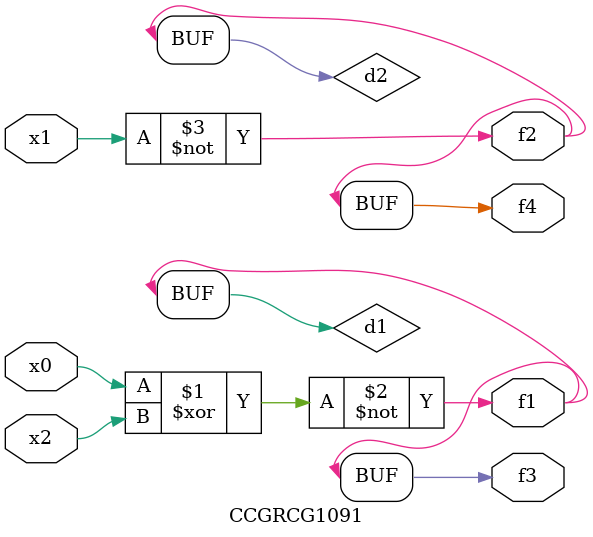
<source format=v>
module CCGRCG1091(
	input x0, x1, x2,
	output f1, f2, f3, f4
);

	wire d1, d2, d3;

	xnor (d1, x0, x2);
	nand (d2, x1);
	nor (d3, x1, x2);
	assign f1 = d1;
	assign f2 = d2;
	assign f3 = d1;
	assign f4 = d2;
endmodule

</source>
